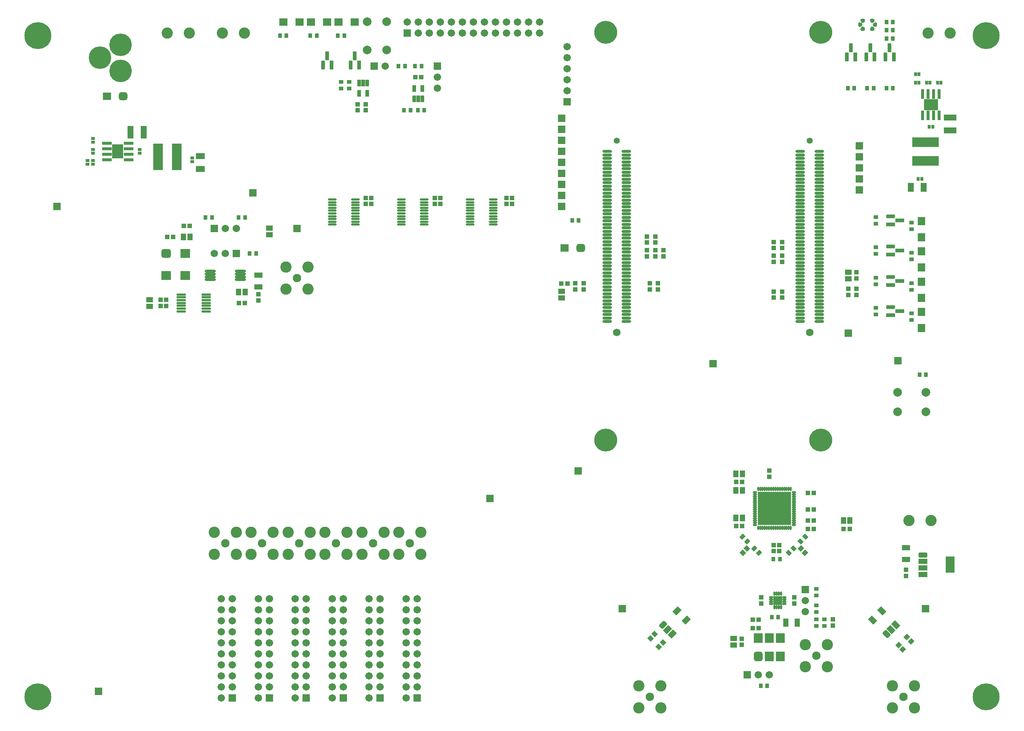
<source format=gts>
%FSTAX25Y25*%
%MOIN*%
G70*
G01*
G75*
G04 Layer_Color=8388736*
%ADD10C,0.01575*%
G04:AMPARAMS|DCode=11|XSize=62.99mil|YSize=68.9mil|CornerRadius=15.75mil|HoleSize=0mil|Usage=FLASHONLY|Rotation=270.000|XOffset=0mil|YOffset=0mil|HoleType=Round|Shape=RoundedRectangle|*
%AMROUNDEDRECTD11*
21,1,0.06299,0.03740,0,0,270.0*
21,1,0.03150,0.06890,0,0,270.0*
1,1,0.03150,-0.01870,-0.01575*
1,1,0.03150,-0.01870,0.01575*
1,1,0.03150,0.01870,0.01575*
1,1,0.03150,0.01870,-0.01575*
%
%ADD11ROUNDEDRECTD11*%
%ADD12R,0.06890X0.06299*%
G04:AMPARAMS|DCode=13|XSize=35.43mil|YSize=31.5mil|CornerRadius=0mil|HoleSize=0mil|Usage=FLASHONLY|Rotation=225.000|XOffset=0mil|YOffset=0mil|HoleType=Round|Shape=Rectangle|*
%AMROTATEDRECTD13*
4,1,4,0.00139,0.02366,0.02366,0.00139,-0.00139,-0.02366,-0.02366,-0.00139,0.00139,0.02366,0.0*
%
%ADD13ROTATEDRECTD13*%

%ADD14R,0.03543X0.02756*%
%ADD15R,0.03543X0.03150*%
%ADD16R,0.03150X0.03543*%
%ADD17R,0.02756X0.03543*%
%ADD18R,0.05512X0.04331*%
G04:AMPARAMS|DCode=19|XSize=35.43mil|YSize=27.56mil|CornerRadius=0mil|HoleSize=0mil|Usage=FLASHONLY|Rotation=225.000|XOffset=0mil|YOffset=0mil|HoleType=Round|Shape=Rectangle|*
%AMROTATEDRECTD19*
4,1,4,0.00278,0.02227,0.02227,0.00278,-0.00278,-0.02227,-0.02227,-0.00278,0.00278,0.02227,0.0*
%
%ADD19ROTATEDRECTD19*%

%ADD20O,0.07874X0.01969*%
%ADD21O,0.00984X0.03150*%
%ADD22O,0.03150X0.00984*%
%ADD23R,0.07087X0.07087*%
%ADD24R,0.04331X0.06693*%
%ADD25R,0.07087X0.07874*%
G04:AMPARAMS|DCode=26|XSize=70.87mil|YSize=78.74mil|CornerRadius=17.72mil|HoleSize=0mil|Usage=FLASHONLY|Rotation=180.000|XOffset=0mil|YOffset=0mil|HoleType=Round|Shape=RoundedRectangle|*
%AMROUNDEDRECTD26*
21,1,0.07087,0.04331,0,0,180.0*
21,1,0.03543,0.07874,0,0,180.0*
1,1,0.03543,-0.01772,0.02165*
1,1,0.03543,0.01772,0.02165*
1,1,0.03543,0.01772,-0.02165*
1,1,0.03543,-0.01772,-0.02165*
%
%ADD26ROUNDEDRECTD26*%
%ADD27R,0.04331X0.05512*%
%ADD28R,0.29528X0.29528*%
G04:AMPARAMS|DCode=29|XSize=35.43mil|YSize=27.56mil|CornerRadius=0mil|HoleSize=0mil|Usage=FLASHONLY|Rotation=315.000|XOffset=0mil|YOffset=0mil|HoleType=Round|Shape=Rectangle|*
%AMROTATEDRECTD29*
4,1,4,-0.02227,0.00278,-0.00278,0.02227,0.02227,-0.00278,0.00278,-0.02227,-0.02227,0.00278,0.0*
%
%ADD29ROTATEDRECTD29*%

G04:AMPARAMS|DCode=30|XSize=39.37mil|YSize=61.02mil|CornerRadius=9.84mil|HoleSize=0mil|Usage=FLASHONLY|Rotation=225.000|XOffset=0mil|YOffset=0mil|HoleType=Round|Shape=RoundedRectangle|*
%AMROUNDEDRECTD30*
21,1,0.03937,0.04134,0,0,225.0*
21,1,0.01969,0.06102,0,0,225.0*
1,1,0.01969,-0.02158,0.00766*
1,1,0.01969,-0.00766,0.02158*
1,1,0.01969,0.02158,-0.00766*
1,1,0.01969,0.00766,-0.02158*
%
%ADD30ROUNDEDRECTD30*%
G04:AMPARAMS|DCode=31|XSize=39.37mil|YSize=61.02mil|CornerRadius=0mil|HoleSize=0mil|Usage=FLASHONLY|Rotation=225.000|XOffset=0mil|YOffset=0mil|HoleType=Round|Shape=Rectangle|*
%AMROTATEDRECTD31*
4,1,4,-0.00766,0.03550,0.03550,-0.00766,0.00766,-0.03550,-0.03550,0.00766,-0.00766,0.03550,0.0*
%
%ADD31ROTATEDRECTD31*%

G04:AMPARAMS|DCode=32|XSize=35.43mil|YSize=31.5mil|CornerRadius=0mil|HoleSize=0mil|Usage=FLASHONLY|Rotation=315.000|XOffset=0mil|YOffset=0mil|HoleType=Round|Shape=Rectangle|*
%AMROTATEDRECTD32*
4,1,4,-0.02366,0.00139,-0.00139,0.02366,0.02366,-0.00139,0.00139,-0.02366,-0.02366,0.00139,0.0*
%
%ADD32ROTATEDRECTD32*%

G04:AMPARAMS|DCode=33|XSize=39.37mil|YSize=61.02mil|CornerRadius=9.84mil|HoleSize=0mil|Usage=FLASHONLY|Rotation=135.000|XOffset=0mil|YOffset=0mil|HoleType=Round|Shape=RoundedRectangle|*
%AMROUNDEDRECTD33*
21,1,0.03937,0.04134,0,0,135.0*
21,1,0.01969,0.06102,0,0,135.0*
1,1,0.01969,0.00766,0.02158*
1,1,0.01969,0.02158,0.00766*
1,1,0.01969,-0.00766,-0.02158*
1,1,0.01969,-0.02158,-0.00766*
%
%ADD33ROUNDEDRECTD33*%
G04:AMPARAMS|DCode=34|XSize=39.37mil|YSize=61.02mil|CornerRadius=0mil|HoleSize=0mil|Usage=FLASHONLY|Rotation=135.000|XOffset=0mil|YOffset=0mil|HoleType=Round|Shape=Rectangle|*
%AMROTATEDRECTD34*
4,1,4,0.03550,0.00766,-0.00766,-0.03550,-0.03550,-0.00766,0.00766,0.03550,0.03550,0.00766,0.0*
%
%ADD34ROTATEDRECTD34*%

%ADD35O,0.07087X0.00984*%
%ADD36R,0.04400X0.10600*%
G04:AMPARAMS|DCode=37|XSize=39.37mil|YSize=72.84mil|CornerRadius=9.84mil|HoleSize=0mil|Usage=FLASHONLY|Rotation=90.000|XOffset=0mil|YOffset=0mil|HoleType=Round|Shape=RoundedRectangle|*
%AMROUNDEDRECTD37*
21,1,0.03937,0.05315,0,0,90.0*
21,1,0.01969,0.07284,0,0,90.0*
1,1,0.01969,0.02658,0.00984*
1,1,0.01969,0.02658,-0.00984*
1,1,0.01969,-0.02658,-0.00984*
1,1,0.01969,-0.02658,0.00984*
%
%ADD37ROUNDEDRECTD37*%
%ADD38R,0.07284X0.03937*%
%ADD39R,0.07284X0.13780*%
%ADD40R,0.06693X0.04331*%
%ADD41R,0.10600X0.04400*%
G04:AMPARAMS|DCode=42|XSize=70.87mil|YSize=78.74mil|CornerRadius=17.72mil|HoleSize=0mil|Usage=FLASHONLY|Rotation=90.000|XOffset=0mil|YOffset=0mil|HoleType=Round|Shape=RoundedRectangle|*
%AMROUNDEDRECTD42*
21,1,0.07087,0.04331,0,0,90.0*
21,1,0.03543,0.07874,0,0,90.0*
1,1,0.03543,0.02165,0.01772*
1,1,0.03543,0.02165,-0.01772*
1,1,0.03543,-0.02165,-0.01772*
1,1,0.03543,-0.02165,0.01772*
%
%ADD42ROUNDEDRECTD42*%
%ADD43R,0.07874X0.07087*%
%ADD44O,0.09449X0.01772*%
%ADD45O,0.07874X0.01378*%
%ADD46R,0.07874X0.23622*%
%ADD47R,0.02400X0.02200*%
%ADD48R,0.09400X0.12200*%
%ADD49R,0.07800X0.01814*%
%ADD50R,0.07100X0.04400*%
%ADD51R,0.02200X0.02400*%
%ADD52R,0.23622X0.07874*%
G04:AMPARAMS|DCode=53|XSize=27.56mil|YSize=51.18mil|CornerRadius=6.89mil|HoleSize=0mil|Usage=FLASHONLY|Rotation=0.000|XOffset=0mil|YOffset=0mil|HoleType=Round|Shape=RoundedRectangle|*
%AMROUNDEDRECTD53*
21,1,0.02756,0.03740,0,0,0.0*
21,1,0.01378,0.05118,0,0,0.0*
1,1,0.01378,0.00689,-0.01870*
1,1,0.01378,-0.00689,-0.01870*
1,1,0.01378,-0.00689,0.01870*
1,1,0.01378,0.00689,0.01870*
%
%ADD53ROUNDEDRECTD53*%
%ADD54R,0.02756X0.05118*%
%ADD55R,0.02756X0.07087*%
G04:AMPARAMS|DCode=56|XSize=27.56mil|YSize=70.87mil|CornerRadius=6.89mil|HoleSize=0mil|Usage=FLASHONLY|Rotation=180.000|XOffset=0mil|YOffset=0mil|HoleType=Round|Shape=RoundedRectangle|*
%AMROUNDEDRECTD56*
21,1,0.02756,0.05709,0,0,180.0*
21,1,0.01378,0.07087,0,0,180.0*
1,1,0.01378,-0.00689,0.02854*
1,1,0.01378,0.00689,0.02854*
1,1,0.01378,0.00689,-0.02854*
1,1,0.01378,-0.00689,-0.02854*
%
%ADD56ROUNDEDRECTD56*%
G04:AMPARAMS|DCode=57|XSize=31.5mil|YSize=15.75mil|CornerRadius=3.94mil|HoleSize=0mil|Usage=FLASHONLY|Rotation=180.000|XOffset=0mil|YOffset=0mil|HoleType=Round|Shape=RoundedRectangle|*
%AMROUNDEDRECTD57*
21,1,0.03150,0.00787,0,0,180.0*
21,1,0.02362,0.01575,0,0,180.0*
1,1,0.00787,-0.01181,0.00394*
1,1,0.00787,0.01181,0.00394*
1,1,0.00787,0.01181,-0.00394*
1,1,0.00787,-0.01181,-0.00394*
%
%ADD57ROUNDEDRECTD57*%
G04:AMPARAMS|DCode=58|XSize=31.5mil|YSize=15.75mil|CornerRadius=3.94mil|HoleSize=0mil|Usage=FLASHONLY|Rotation=90.000|XOffset=0mil|YOffset=0mil|HoleType=Round|Shape=RoundedRectangle|*
%AMROUNDEDRECTD58*
21,1,0.03150,0.00787,0,0,90.0*
21,1,0.02362,0.01575,0,0,90.0*
1,1,0.00787,0.00394,0.01181*
1,1,0.00787,0.00394,-0.01181*
1,1,0.00787,-0.00394,-0.01181*
1,1,0.00787,-0.00394,0.01181*
%
%ADD58ROUNDEDRECTD58*%
%ADD59R,0.04400X0.07100*%
%ADD60R,0.12200X0.09400*%
%ADD61R,0.01814X0.07800*%
%ADD62R,0.07087X0.02756*%
G04:AMPARAMS|DCode=63|XSize=27.56mil|YSize=70.87mil|CornerRadius=6.89mil|HoleSize=0mil|Usage=FLASHONLY|Rotation=90.000|XOffset=0mil|YOffset=0mil|HoleType=Round|Shape=RoundedRectangle|*
%AMROUNDEDRECTD63*
21,1,0.02756,0.05709,0,0,90.0*
21,1,0.01378,0.07087,0,0,90.0*
1,1,0.01378,0.02854,0.00689*
1,1,0.01378,0.02854,-0.00689*
1,1,0.01378,-0.02854,-0.00689*
1,1,0.01378,-0.02854,0.00689*
%
%ADD63ROUNDEDRECTD63*%
%ADD64R,0.06299X0.06890*%
%ADD65C,0.02500*%
%ADD66C,0.01000*%
%ADD67C,0.09400*%
%ADD68C,0.19685*%
%ADD69C,0.09449*%
%ADD70C,0.06800*%
%ADD71C,0.20000*%
%ADD72C,0.04724*%
%ADD73C,0.06000*%
%ADD74R,0.05906X0.05906*%
%ADD75C,0.05906*%
%ADD76R,0.05906X0.05906*%
%ADD77C,0.07087*%
%ADD78C,0.23622*%
%ADD79C,0.02598*%
%ADD80C,0.04000*%
%ADD81C,0.10200*%
%ADD82C,0.17779*%
%ADD83C,0.11087*%
%ADD84C,0.08200*%
%ADD85C,0.17000*%
%ADD86C,0.07150*%
%ADD87C,0.08724*%
%ADD88C,0.07543*%
%ADD89C,0.07937*%
%ADD90C,0.05299*%
%ADD91C,0.00984*%
%ADD92C,0.02362*%
%ADD93C,0.00600*%
%ADD94C,0.02000*%
%ADD95C,0.00787*%
%ADD96C,0.00800*%
%ADD97C,0.00300*%
%ADD98R,0.02165X0.05512*%
%ADD99R,0.05512X0.02165*%
G04:AMPARAMS|DCode=100|XSize=70.99mil|YSize=76.9mil|CornerRadius=17.75mil|HoleSize=0mil|Usage=FLASHONLY|Rotation=270.000|XOffset=0mil|YOffset=0mil|HoleType=Round|Shape=RoundedRectangle|*
%AMROUNDEDRECTD100*
21,1,0.07099,0.04140,0,0,270.0*
21,1,0.03550,0.07690,0,0,270.0*
1,1,0.03550,-0.02070,-0.01775*
1,1,0.03550,-0.02070,0.01775*
1,1,0.03550,0.02070,0.01775*
1,1,0.03550,0.02070,-0.01775*
%
%ADD100ROUNDEDRECTD100*%
%ADD101R,0.07690X0.07099*%
G04:AMPARAMS|DCode=102|XSize=43.43mil|YSize=39.5mil|CornerRadius=0mil|HoleSize=0mil|Usage=FLASHONLY|Rotation=225.000|XOffset=0mil|YOffset=0mil|HoleType=Round|Shape=Rectangle|*
%AMROTATEDRECTD102*
4,1,4,0.00139,0.02932,0.02932,0.00139,-0.00139,-0.02932,-0.02932,-0.00139,0.00139,0.02932,0.0*
%
%ADD102ROTATEDRECTD102*%

%ADD103R,0.04343X0.03556*%
%ADD104R,0.04343X0.03950*%
%ADD105R,0.03950X0.04343*%
%ADD106R,0.03556X0.04343*%
%ADD107R,0.06312X0.05131*%
G04:AMPARAMS|DCode=108|XSize=43.43mil|YSize=35.56mil|CornerRadius=0mil|HoleSize=0mil|Usage=FLASHONLY|Rotation=225.000|XOffset=0mil|YOffset=0mil|HoleType=Round|Shape=Rectangle|*
%AMROTATEDRECTD108*
4,1,4,0.00278,0.02793,0.02793,0.00278,-0.00278,-0.02793,-0.02793,-0.00278,0.00278,0.02793,0.0*
%
%ADD108ROTATEDRECTD108*%

%ADD109O,0.08674X0.02769*%
%ADD110O,0.01784X0.03950*%
%ADD111O,0.03950X0.01784*%
%ADD112R,0.07887X0.07887*%
%ADD113R,0.05131X0.07493*%
%ADD114R,0.07887X0.08674*%
G04:AMPARAMS|DCode=115|XSize=78.87mil|YSize=86.74mil|CornerRadius=19.72mil|HoleSize=0mil|Usage=FLASHONLY|Rotation=180.000|XOffset=0mil|YOffset=0mil|HoleType=Round|Shape=RoundedRectangle|*
%AMROUNDEDRECTD115*
21,1,0.07887,0.04731,0,0,180.0*
21,1,0.03943,0.08674,0,0,180.0*
1,1,0.03943,-0.01972,0.02365*
1,1,0.03943,0.01972,0.02365*
1,1,0.03943,0.01972,-0.02365*
1,1,0.03943,-0.01972,-0.02365*
%
%ADD115ROUNDEDRECTD115*%
%ADD116R,0.05131X0.06312*%
%ADD117R,0.30328X0.30328*%
G04:AMPARAMS|DCode=118|XSize=43.43mil|YSize=35.56mil|CornerRadius=0mil|HoleSize=0mil|Usage=FLASHONLY|Rotation=315.000|XOffset=0mil|YOffset=0mil|HoleType=Round|Shape=Rectangle|*
%AMROTATEDRECTD118*
4,1,4,-0.02793,0.00278,-0.00278,0.02793,0.02793,-0.00278,0.00278,-0.02793,-0.02793,0.00278,0.0*
%
%ADD118ROTATEDRECTD118*%

G04:AMPARAMS|DCode=119|XSize=47.37mil|YSize=69.02mil|CornerRadius=11.84mil|HoleSize=0mil|Usage=FLASHONLY|Rotation=225.000|XOffset=0mil|YOffset=0mil|HoleType=Round|Shape=RoundedRectangle|*
%AMROUNDEDRECTD119*
21,1,0.04737,0.04534,0,0,225.0*
21,1,0.02369,0.06902,0,0,225.0*
1,1,0.02369,-0.02440,0.00766*
1,1,0.02369,-0.00766,0.02440*
1,1,0.02369,0.02440,-0.00766*
1,1,0.02369,0.00766,-0.02440*
%
%ADD119ROUNDEDRECTD119*%
G04:AMPARAMS|DCode=120|XSize=47.37mil|YSize=69.02mil|CornerRadius=0mil|HoleSize=0mil|Usage=FLASHONLY|Rotation=225.000|XOffset=0mil|YOffset=0mil|HoleType=Round|Shape=Rectangle|*
%AMROTATEDRECTD120*
4,1,4,-0.00766,0.04115,0.04115,-0.00766,0.00766,-0.04115,-0.04115,0.00766,-0.00766,0.04115,0.0*
%
%ADD120ROTATEDRECTD120*%

G04:AMPARAMS|DCode=121|XSize=43.43mil|YSize=39.5mil|CornerRadius=0mil|HoleSize=0mil|Usage=FLASHONLY|Rotation=315.000|XOffset=0mil|YOffset=0mil|HoleType=Round|Shape=Rectangle|*
%AMROTATEDRECTD121*
4,1,4,-0.02932,0.00139,-0.00139,0.02932,0.02932,-0.00139,0.00139,-0.02932,-0.02932,0.00139,0.0*
%
%ADD121ROTATEDRECTD121*%

G04:AMPARAMS|DCode=122|XSize=47.37mil|YSize=69.02mil|CornerRadius=11.84mil|HoleSize=0mil|Usage=FLASHONLY|Rotation=135.000|XOffset=0mil|YOffset=0mil|HoleType=Round|Shape=RoundedRectangle|*
%AMROUNDEDRECTD122*
21,1,0.04737,0.04534,0,0,135.0*
21,1,0.02369,0.06902,0,0,135.0*
1,1,0.02369,0.00766,0.02440*
1,1,0.02369,0.02440,0.00766*
1,1,0.02369,-0.00766,-0.02440*
1,1,0.02369,-0.02440,-0.00766*
%
%ADD122ROUNDEDRECTD122*%
G04:AMPARAMS|DCode=123|XSize=47.37mil|YSize=69.02mil|CornerRadius=0mil|HoleSize=0mil|Usage=FLASHONLY|Rotation=135.000|XOffset=0mil|YOffset=0mil|HoleType=Round|Shape=Rectangle|*
%AMROTATEDRECTD123*
4,1,4,0.04115,0.00766,-0.00766,-0.04115,-0.04115,-0.00766,0.00766,0.04115,0.04115,0.00766,0.0*
%
%ADD123ROTATEDRECTD123*%

%ADD124O,0.07887X0.01784*%
%ADD125R,0.05200X0.11400*%
G04:AMPARAMS|DCode=126|XSize=47.37mil|YSize=80.83mil|CornerRadius=11.84mil|HoleSize=0mil|Usage=FLASHONLY|Rotation=90.000|XOffset=0mil|YOffset=0mil|HoleType=Round|Shape=RoundedRectangle|*
%AMROUNDEDRECTD126*
21,1,0.04737,0.05715,0,0,90.0*
21,1,0.02369,0.08083,0,0,90.0*
1,1,0.02369,0.02858,0.01184*
1,1,0.02369,0.02858,-0.01184*
1,1,0.02369,-0.02858,-0.01184*
1,1,0.02369,-0.02858,0.01184*
%
%ADD126ROUNDEDRECTD126*%
%ADD127R,0.08083X0.04737*%
%ADD128R,0.08083X0.14579*%
%ADD129R,0.07493X0.05131*%
%ADD130R,0.11400X0.05200*%
G04:AMPARAMS|DCode=131|XSize=78.87mil|YSize=86.74mil|CornerRadius=19.72mil|HoleSize=0mil|Usage=FLASHONLY|Rotation=90.000|XOffset=0mil|YOffset=0mil|HoleType=Round|Shape=RoundedRectangle|*
%AMROUNDEDRECTD131*
21,1,0.07887,0.04731,0,0,90.0*
21,1,0.03943,0.08674,0,0,90.0*
1,1,0.03943,0.02365,0.01972*
1,1,0.03943,0.02365,-0.01972*
1,1,0.03943,-0.02365,-0.01972*
1,1,0.03943,-0.02365,0.01972*
%
%ADD131ROUNDEDRECTD131*%
%ADD132R,0.08674X0.07887*%
%ADD133O,0.10249X0.02572*%
%ADD134O,0.08674X0.02178*%
%ADD135R,0.08674X0.24422*%
%ADD136R,0.03200X0.03000*%
%ADD137R,0.10200X0.13000*%
%ADD138R,0.08600X0.02614*%
%ADD139R,0.07900X0.05200*%
%ADD140R,0.03000X0.03200*%
%ADD141R,0.24422X0.08674*%
G04:AMPARAMS|DCode=142|XSize=35.56mil|YSize=59.18mil|CornerRadius=8.89mil|HoleSize=0mil|Usage=FLASHONLY|Rotation=0.000|XOffset=0mil|YOffset=0mil|HoleType=Round|Shape=RoundedRectangle|*
%AMROUNDEDRECTD142*
21,1,0.03556,0.04140,0,0,0.0*
21,1,0.01778,0.05918,0,0,0.0*
1,1,0.01778,0.00889,-0.02070*
1,1,0.01778,-0.00889,-0.02070*
1,1,0.01778,-0.00889,0.02070*
1,1,0.01778,0.00889,0.02070*
%
%ADD142ROUNDEDRECTD142*%
%ADD143R,0.03556X0.05918*%
%ADD144R,0.03556X0.07887*%
G04:AMPARAMS|DCode=145|XSize=35.56mil|YSize=78.87mil|CornerRadius=8.89mil|HoleSize=0mil|Usage=FLASHONLY|Rotation=180.000|XOffset=0mil|YOffset=0mil|HoleType=Round|Shape=RoundedRectangle|*
%AMROUNDEDRECTD145*
21,1,0.03556,0.06109,0,0,180.0*
21,1,0.01778,0.07887,0,0,180.0*
1,1,0.01778,-0.00889,0.03054*
1,1,0.01778,0.00889,0.03054*
1,1,0.01778,0.00889,-0.03054*
1,1,0.01778,-0.00889,-0.03054*
%
%ADD145ROUNDEDRECTD145*%
G04:AMPARAMS|DCode=146|XSize=39.5mil|YSize=23.75mil|CornerRadius=5.94mil|HoleSize=0mil|Usage=FLASHONLY|Rotation=180.000|XOffset=0mil|YOffset=0mil|HoleType=Round|Shape=RoundedRectangle|*
%AMROUNDEDRECTD146*
21,1,0.03950,0.01187,0,0,180.0*
21,1,0.02762,0.02375,0,0,180.0*
1,1,0.01187,-0.01381,0.00594*
1,1,0.01187,0.01381,0.00594*
1,1,0.01187,0.01381,-0.00594*
1,1,0.01187,-0.01381,-0.00594*
%
%ADD146ROUNDEDRECTD146*%
G04:AMPARAMS|DCode=147|XSize=39.5mil|YSize=23.75mil|CornerRadius=5.94mil|HoleSize=0mil|Usage=FLASHONLY|Rotation=90.000|XOffset=0mil|YOffset=0mil|HoleType=Round|Shape=RoundedRectangle|*
%AMROUNDEDRECTD147*
21,1,0.03950,0.01187,0,0,90.0*
21,1,0.02762,0.02375,0,0,90.0*
1,1,0.01187,0.00594,0.01381*
1,1,0.01187,0.00594,-0.01381*
1,1,0.01187,-0.00594,-0.01381*
1,1,0.01187,-0.00594,0.01381*
%
%ADD147ROUNDEDRECTD147*%
%ADD148R,0.05200X0.07900*%
%ADD149R,0.13000X0.10200*%
%ADD150R,0.02614X0.08600*%
%ADD151R,0.07887X0.03556*%
G04:AMPARAMS|DCode=152|XSize=35.56mil|YSize=78.87mil|CornerRadius=8.89mil|HoleSize=0mil|Usage=FLASHONLY|Rotation=90.000|XOffset=0mil|YOffset=0mil|HoleType=Round|Shape=RoundedRectangle|*
%AMROUNDEDRECTD152*
21,1,0.03556,0.06109,0,0,90.0*
21,1,0.01778,0.07887,0,0,90.0*
1,1,0.01778,0.03054,0.00889*
1,1,0.01778,0.03054,-0.00889*
1,1,0.01778,-0.03054,-0.00889*
1,1,0.01778,-0.03054,0.00889*
%
%ADD152ROUNDEDRECTD152*%
%ADD153R,0.07099X0.07690*%
%ADD154C,0.20485*%
%ADD155C,0.10249*%
%ADD156C,0.07600*%
%ADD157C,0.20800*%
%ADD158C,0.05524*%
%ADD159R,0.06706X0.06706*%
%ADD160C,0.06706*%
%ADD161R,0.06706X0.06706*%
%ADD162C,0.07887*%
%ADD163C,0.24422*%
D70*
X0645Y0450827D02*
D03*
X082005D02*
D03*
D81*
X02575Y07225D02*
D03*
X02375D02*
D03*
X093Y028D02*
D03*
X091D02*
D03*
X03075Y07225D02*
D03*
X02875D02*
D03*
X09475D02*
D03*
X09275D02*
D03*
D92*
X0868957Y0726457D02*
G03*
X0867382Y0726457I-0000787J0D01*
G01*
X0865807Y0729213D02*
G03*
X0865807Y0730787I0J0000787D01*
G01*
X0867382Y0733543D02*
G03*
X0868957Y0733543I0000787J0D01*
G01*
X0877618Y0726457D02*
G03*
X0876043Y0726457I-0000787J0D01*
G01*
X0879193Y0730787D02*
G03*
X0879193Y0729213I0J-0000787D01*
G01*
X0876043Y0733543D02*
G03*
X0877618Y0733543I0000787J0D01*
G01*
D100*
X0197382Y0665D02*
D03*
X0612382Y05275D02*
D03*
D101*
X0182618Y0665D02*
D03*
X0597618Y05275D02*
D03*
X0342618Y07325D02*
D03*
X0357382D02*
D03*
X0392618D02*
D03*
X0407382D02*
D03*
X0367618D02*
D03*
X0382382D02*
D03*
D102*
X0904449Y0163051D02*
D03*
X0900551Y0166949D02*
D03*
X0911949Y0170551D02*
D03*
X0908051Y0174449D02*
D03*
X0811855Y0254645D02*
D03*
X0815752Y0250748D02*
D03*
D103*
X0826Y0197047D02*
D03*
Y0202953D02*
D03*
Y0212047D02*
D03*
Y0217953D02*
D03*
Y0184547D02*
D03*
Y0190453D02*
D03*
X08335Y0190453D02*
D03*
Y0184547D02*
D03*
X04025Y0677953D02*
D03*
Y0672047D02*
D03*
X0395Y0672047D02*
D03*
Y0677953D02*
D03*
X088Y0555453D02*
D03*
Y0549547D02*
D03*
Y0527953D02*
D03*
Y0522047D02*
D03*
Y0500453D02*
D03*
Y0494547D02*
D03*
Y0472953D02*
D03*
Y0467047D02*
D03*
X09125Y0462047D02*
D03*
Y0467953D02*
D03*
Y0489547D02*
D03*
Y0495453D02*
D03*
Y0517047D02*
D03*
Y0522953D02*
D03*
Y0544547D02*
D03*
Y0550453D02*
D03*
D104*
X0806Y0210256D02*
D03*
Y0204744D02*
D03*
X07585Y0167244D02*
D03*
Y0172756D02*
D03*
X0776Y0210256D02*
D03*
Y0204744D02*
D03*
X07925Y0252244D02*
D03*
Y0257756D02*
D03*
X07875Y0252244D02*
D03*
Y0257756D02*
D03*
X0841Y0190256D02*
D03*
Y0184744D02*
D03*
X07835Y0319744D02*
D03*
Y0325256D02*
D03*
X09075Y0229744D02*
D03*
Y0235256D02*
D03*
X0231417Y0474744D02*
D03*
Y0480256D02*
D03*
X0236417Y0474744D02*
D03*
Y0480256D02*
D03*
X032Y0485256D02*
D03*
Y0479744D02*
D03*
X041Y0652244D02*
D03*
Y0657756D02*
D03*
X04175Y0657756D02*
D03*
Y0652244D02*
D03*
Y0572756D02*
D03*
Y0567244D02*
D03*
X04225Y0567244D02*
D03*
Y0572756D02*
D03*
X048Y0572756D02*
D03*
Y0567244D02*
D03*
X0485Y0567244D02*
D03*
Y0572756D02*
D03*
X0545Y0572756D02*
D03*
Y0567244D02*
D03*
X055Y0567244D02*
D03*
Y0572756D02*
D03*
X06725Y0532244D02*
D03*
Y0537756D02*
D03*
X068Y0532244D02*
D03*
Y0537756D02*
D03*
X06725Y0519744D02*
D03*
Y0525256D02*
D03*
X068Y0519744D02*
D03*
Y0525256D02*
D03*
X06875Y0519744D02*
D03*
Y0525256D02*
D03*
X07875Y0520256D02*
D03*
Y0514744D02*
D03*
X0795Y0520256D02*
D03*
Y0514744D02*
D03*
X07875Y0527244D02*
D03*
Y0532756D02*
D03*
X0795Y0527244D02*
D03*
Y0532756D02*
D03*
X06075Y0495256D02*
D03*
Y0489744D02*
D03*
X0615Y0495256D02*
D03*
Y0489744D02*
D03*
X06825Y0489744D02*
D03*
Y0495256D02*
D03*
X0675Y0489744D02*
D03*
Y0495256D02*
D03*
X0855Y0490256D02*
D03*
Y0484744D02*
D03*
X08625Y0490256D02*
D03*
Y0484744D02*
D03*
Y0499744D02*
D03*
Y0505256D02*
D03*
X07875Y0487756D02*
D03*
Y0482244D02*
D03*
X0795Y0487756D02*
D03*
Y0482244D02*
D03*
D105*
X0773756Y019D02*
D03*
X0768244D02*
D03*
X0773756Y01825D02*
D03*
X0768244D02*
D03*
X0818244Y0305D02*
D03*
X0823756D02*
D03*
X0818244Y029D02*
D03*
X0823756D02*
D03*
X0758756Y0315D02*
D03*
X0753244D02*
D03*
X0758756Y0275D02*
D03*
X0753244D02*
D03*
X0818244Y028D02*
D03*
X0823756D02*
D03*
X0856256Y02725D02*
D03*
X0850744D02*
D03*
X0818244D02*
D03*
X0823756D02*
D03*
X0237244Y05375D02*
D03*
X0242756D02*
D03*
X0257756Y05475D02*
D03*
X0252244D02*
D03*
X0307756Y04775D02*
D03*
X0302244D02*
D03*
X0462244Y06825D02*
D03*
X0467756D02*
D03*
X0600256Y0495D02*
D03*
X0594744D02*
D03*
D106*
X0775547Y013D02*
D03*
X0781453D02*
D03*
X0792953Y0245D02*
D03*
X0787047D02*
D03*
X0791453Y01925D02*
D03*
X0785547D02*
D03*
X0919547Y04125D02*
D03*
X0925453D02*
D03*
X0610453Y05525D02*
D03*
X0604547D02*
D03*
X0272047Y0555D02*
D03*
X0277953D02*
D03*
X0302047D02*
D03*
X0307953D02*
D03*
X0312047Y05225D02*
D03*
X0317953D02*
D03*
X0470453Y06525D02*
D03*
X0464547D02*
D03*
X0457953D02*
D03*
X0452047D02*
D03*
X0462047Y06925D02*
D03*
X0467953D02*
D03*
X0889547Y07175D02*
D03*
X0895453D02*
D03*
X0889547Y0725D02*
D03*
X0895453D02*
D03*
X0889547Y07325D02*
D03*
X0895453D02*
D03*
X0872047Y06725D02*
D03*
X0877953D02*
D03*
X0854547D02*
D03*
X0860453D02*
D03*
X0895453Y06725D02*
D03*
X0889547D02*
D03*
X0339547Y072D02*
D03*
X0345453D02*
D03*
X0367047D02*
D03*
X0372953D02*
D03*
X0392047D02*
D03*
X0397953D02*
D03*
X0452953Y06925D02*
D03*
X0447047D02*
D03*
D107*
X0751Y0172953D02*
D03*
Y0167047D02*
D03*
X033Y0545453D02*
D03*
Y0539547D02*
D03*
X0221417Y0480453D02*
D03*
Y0474547D02*
D03*
X0595Y0482047D02*
D03*
Y0487953D02*
D03*
X0855Y0499547D02*
D03*
Y0505453D02*
D03*
D108*
X0763285Y0261215D02*
D03*
X0759109Y0265391D02*
D03*
X0773891Y0250609D02*
D03*
X0769715Y0254785D02*
D03*
D109*
X0828711Y0615D02*
D03*
Y061185D02*
D03*
Y0608701D02*
D03*
Y0605551D02*
D03*
Y0602402D02*
D03*
Y0599252D02*
D03*
Y0596102D02*
D03*
Y0592953D02*
D03*
Y0589803D02*
D03*
Y0586654D02*
D03*
Y0583504D02*
D03*
Y0580354D02*
D03*
Y0577205D02*
D03*
Y0574055D02*
D03*
Y0570905D02*
D03*
Y0567756D02*
D03*
Y0564606D02*
D03*
Y0561457D02*
D03*
Y0558307D02*
D03*
Y0555157D02*
D03*
Y0552008D02*
D03*
Y0548858D02*
D03*
Y0545709D02*
D03*
Y0542559D02*
D03*
Y0539409D02*
D03*
Y053626D02*
D03*
Y053311D02*
D03*
Y052996D02*
D03*
Y0526811D02*
D03*
Y0523661D02*
D03*
Y0520512D02*
D03*
Y0517362D02*
D03*
Y0514213D02*
D03*
Y0511063D02*
D03*
Y0507913D02*
D03*
Y0504764D02*
D03*
Y0501614D02*
D03*
Y0498464D02*
D03*
Y0495315D02*
D03*
Y0492165D02*
D03*
Y0489016D02*
D03*
Y0485866D02*
D03*
Y0482716D02*
D03*
Y0479567D02*
D03*
Y0476417D02*
D03*
Y0473268D02*
D03*
Y0470118D02*
D03*
Y0466968D02*
D03*
Y0463819D02*
D03*
Y0460669D02*
D03*
X0811389Y0615D02*
D03*
Y061185D02*
D03*
Y0608701D02*
D03*
Y0605551D02*
D03*
Y0602402D02*
D03*
Y0599252D02*
D03*
Y0596102D02*
D03*
Y0592953D02*
D03*
Y0589803D02*
D03*
Y0586654D02*
D03*
Y0583504D02*
D03*
Y0580354D02*
D03*
Y0577205D02*
D03*
Y0574055D02*
D03*
Y0570905D02*
D03*
Y0567756D02*
D03*
Y0564606D02*
D03*
Y0561457D02*
D03*
Y0558307D02*
D03*
Y0555157D02*
D03*
Y0552008D02*
D03*
Y0548858D02*
D03*
Y0545709D02*
D03*
Y0542559D02*
D03*
Y0539409D02*
D03*
Y053626D02*
D03*
Y053311D02*
D03*
Y052996D02*
D03*
Y0526811D02*
D03*
Y0523661D02*
D03*
Y0520512D02*
D03*
Y0517362D02*
D03*
Y0514213D02*
D03*
Y0511063D02*
D03*
Y0507913D02*
D03*
Y0504764D02*
D03*
Y0501614D02*
D03*
Y0498464D02*
D03*
Y0495315D02*
D03*
Y0492165D02*
D03*
Y0489016D02*
D03*
Y0485866D02*
D03*
Y0482716D02*
D03*
Y0479567D02*
D03*
Y0476417D02*
D03*
Y0473268D02*
D03*
Y0470118D02*
D03*
Y0466968D02*
D03*
Y0463819D02*
D03*
Y0460669D02*
D03*
X0653661Y0615D02*
D03*
Y061185D02*
D03*
Y0608701D02*
D03*
Y0605551D02*
D03*
Y0602402D02*
D03*
Y0599252D02*
D03*
Y0596102D02*
D03*
Y0592953D02*
D03*
Y0589803D02*
D03*
Y0586654D02*
D03*
Y0583504D02*
D03*
Y0580354D02*
D03*
Y0577205D02*
D03*
Y0574055D02*
D03*
Y0570905D02*
D03*
Y0567756D02*
D03*
Y0564606D02*
D03*
Y0561457D02*
D03*
Y0558307D02*
D03*
Y0555157D02*
D03*
Y0552008D02*
D03*
Y0548858D02*
D03*
Y0545709D02*
D03*
Y0542559D02*
D03*
Y0539409D02*
D03*
Y053626D02*
D03*
Y053311D02*
D03*
Y052996D02*
D03*
Y0526811D02*
D03*
Y0523661D02*
D03*
Y0520512D02*
D03*
Y0517362D02*
D03*
Y0514213D02*
D03*
Y0511063D02*
D03*
Y0507913D02*
D03*
Y0504764D02*
D03*
Y0501614D02*
D03*
Y0498464D02*
D03*
Y0495315D02*
D03*
Y0492165D02*
D03*
Y0489016D02*
D03*
Y0485866D02*
D03*
Y0482716D02*
D03*
Y0479567D02*
D03*
Y0476417D02*
D03*
Y0473268D02*
D03*
Y0470118D02*
D03*
Y0466968D02*
D03*
Y0463819D02*
D03*
Y0460669D02*
D03*
X0636339Y0615D02*
D03*
Y061185D02*
D03*
Y0608701D02*
D03*
Y0605551D02*
D03*
Y0602402D02*
D03*
Y0599252D02*
D03*
Y0596102D02*
D03*
Y0592953D02*
D03*
Y0589803D02*
D03*
Y0586654D02*
D03*
Y0583504D02*
D03*
Y0580354D02*
D03*
Y0577205D02*
D03*
Y0574055D02*
D03*
Y0570905D02*
D03*
Y0567756D02*
D03*
Y0564606D02*
D03*
Y0561457D02*
D03*
Y0558307D02*
D03*
Y0555157D02*
D03*
Y0552008D02*
D03*
Y0548858D02*
D03*
Y0545709D02*
D03*
Y0542559D02*
D03*
Y0539409D02*
D03*
Y053626D02*
D03*
Y053311D02*
D03*
Y052996D02*
D03*
Y0526811D02*
D03*
Y0523661D02*
D03*
Y0520512D02*
D03*
Y0517362D02*
D03*
Y0514213D02*
D03*
Y0511063D02*
D03*
Y0507913D02*
D03*
Y0504764D02*
D03*
Y0501614D02*
D03*
Y0498464D02*
D03*
Y0495315D02*
D03*
Y0492165D02*
D03*
Y0489016D02*
D03*
Y0485866D02*
D03*
Y0482716D02*
D03*
Y0479567D02*
D03*
Y0476417D02*
D03*
Y0473268D02*
D03*
Y0470118D02*
D03*
Y0466968D02*
D03*
Y0463819D02*
D03*
Y0460669D02*
D03*
D110*
X0788047Y0201398D02*
D03*
X0790016D02*
D03*
X0791984D02*
D03*
X0793953D02*
D03*
Y0213602D02*
D03*
X0791984D02*
D03*
X0790016D02*
D03*
X0788047D02*
D03*
X0773236Y0273284D02*
D03*
X0775205D02*
D03*
X0777173D02*
D03*
X0779142D02*
D03*
X078111D02*
D03*
X0783079D02*
D03*
X0785047D02*
D03*
X0787016D02*
D03*
X0788984D02*
D03*
X0790953D02*
D03*
X0792921D02*
D03*
X079489D02*
D03*
X0796858D02*
D03*
X0798827D02*
D03*
X0800795D02*
D03*
X0802764D02*
D03*
Y0308717D02*
D03*
X0800795D02*
D03*
X0798827D02*
D03*
X0796858D02*
D03*
X079489D02*
D03*
X0792921D02*
D03*
X0790953D02*
D03*
X0788984D02*
D03*
X0787016D02*
D03*
X0785047D02*
D03*
X0783079D02*
D03*
X078111D02*
D03*
X0779142D02*
D03*
X0777173D02*
D03*
X0775205D02*
D03*
X0773236D02*
D03*
D111*
X0797102Y0204547D02*
D03*
Y0206516D02*
D03*
Y0208484D02*
D03*
Y0210453D02*
D03*
X0784898D02*
D03*
Y0208484D02*
D03*
Y0206516D02*
D03*
Y0204547D02*
D03*
X0770284Y0305764D02*
D03*
Y0303795D02*
D03*
Y0301827D02*
D03*
Y0299858D02*
D03*
Y029789D02*
D03*
Y0295921D02*
D03*
Y0293953D02*
D03*
Y0291984D02*
D03*
Y0290016D02*
D03*
Y0288047D02*
D03*
Y0286079D02*
D03*
Y028411D02*
D03*
Y0282142D02*
D03*
Y0280173D02*
D03*
Y0278205D02*
D03*
Y0276236D02*
D03*
X0805717D02*
D03*
Y0278205D02*
D03*
Y0280173D02*
D03*
Y0282142D02*
D03*
Y028411D02*
D03*
Y0286079D02*
D03*
Y0288047D02*
D03*
Y0290016D02*
D03*
Y0291984D02*
D03*
Y0293953D02*
D03*
Y0295921D02*
D03*
Y029789D02*
D03*
Y0299858D02*
D03*
Y0301827D02*
D03*
Y0303795D02*
D03*
Y0305764D02*
D03*
D112*
X0791Y02075D02*
D03*
D113*
X0798185Y01875D02*
D03*
X0808815D02*
D03*
D114*
X07735Y0173268D02*
D03*
X07835D02*
D03*
X07935D02*
D03*
Y0156732D02*
D03*
X07835D02*
D03*
D115*
X07735D02*
D03*
D116*
X0758953Y03225D02*
D03*
X0753047D02*
D03*
X0753047Y03075D02*
D03*
X0758953D02*
D03*
X0753047Y02825D02*
D03*
X0758953D02*
D03*
X0850547Y028D02*
D03*
X0856453D02*
D03*
X0252047Y05375D02*
D03*
X0257953D02*
D03*
X0302047Y04875D02*
D03*
X0307953D02*
D03*
D117*
X0788Y0291D02*
D03*
D118*
X0805285Y0254785D02*
D03*
X0801109Y0250609D02*
D03*
X0815891Y0265391D02*
D03*
X0811715Y0261215D02*
D03*
D119*
X0889657Y0176991D02*
D03*
D120*
X0893833Y0181167D02*
D03*
X0898009Y0185343D02*
D03*
X0885343Y0198009D02*
D03*
X0876991Y0189657D02*
D03*
D121*
X0763145Y0254645D02*
D03*
X0759248Y0250748D02*
D03*
X0683051Y0165551D02*
D03*
X0686949Y0169449D02*
D03*
X0675551Y0173051D02*
D03*
X0679449Y0176949D02*
D03*
D122*
X0686991Y0185343D02*
D03*
D123*
X0691167Y0181167D02*
D03*
X0695342Y0176991D02*
D03*
X0708009Y0189657D02*
D03*
X0699657Y0198009D02*
D03*
D124*
X0512067Y0571339D02*
D03*
Y0568819D02*
D03*
Y0566299D02*
D03*
Y0563779D02*
D03*
Y056126D02*
D03*
Y055874D02*
D03*
Y055622D02*
D03*
Y0553701D02*
D03*
Y0551181D02*
D03*
Y0548661D02*
D03*
X0532933Y0571339D02*
D03*
Y0568819D02*
D03*
Y0566299D02*
D03*
Y0563779D02*
D03*
Y056126D02*
D03*
Y055874D02*
D03*
Y055622D02*
D03*
Y0553701D02*
D03*
Y0551181D02*
D03*
Y0548661D02*
D03*
X0449567Y0571339D02*
D03*
Y0568819D02*
D03*
Y0566299D02*
D03*
Y0563779D02*
D03*
Y056126D02*
D03*
Y055874D02*
D03*
Y055622D02*
D03*
Y0553701D02*
D03*
Y0551181D02*
D03*
Y0548661D02*
D03*
X0470433Y0571339D02*
D03*
Y0568819D02*
D03*
Y0566299D02*
D03*
Y0563779D02*
D03*
Y056126D02*
D03*
Y055874D02*
D03*
Y055622D02*
D03*
Y0553701D02*
D03*
Y0551181D02*
D03*
Y0548661D02*
D03*
X0387067Y0571339D02*
D03*
Y0568819D02*
D03*
Y0566299D02*
D03*
Y0563779D02*
D03*
Y056126D02*
D03*
Y055874D02*
D03*
Y055622D02*
D03*
Y0553701D02*
D03*
Y0551181D02*
D03*
Y0548661D02*
D03*
X0407933Y0571339D02*
D03*
Y0568819D02*
D03*
Y0566299D02*
D03*
Y0563779D02*
D03*
Y056126D02*
D03*
Y055874D02*
D03*
Y055622D02*
D03*
Y0553701D02*
D03*
Y0551181D02*
D03*
Y0548661D02*
D03*
D125*
X02041Y06325D02*
D03*
X02159D02*
D03*
D126*
X0922598Y0248858D02*
D03*
D127*
Y0242953D02*
D03*
Y0237047D02*
D03*
Y0231142D02*
D03*
D128*
X0947402Y024D02*
D03*
D129*
X09075Y0244685D02*
D03*
Y0255315D02*
D03*
X032Y0502815D02*
D03*
Y0492185D02*
D03*
D130*
X09475Y06459D02*
D03*
Y06341D02*
D03*
D131*
X0236339Y05225D02*
D03*
D132*
X0253661Y05025D02*
D03*
Y05225D02*
D03*
X0236339Y05025D02*
D03*
D133*
X027622Y0506339D02*
D03*
Y050378D02*
D03*
Y0501221D02*
D03*
Y0498661D02*
D03*
X030378Y0506339D02*
D03*
Y050378D02*
D03*
Y0501221D02*
D03*
Y0498661D02*
D03*
D134*
X0272835Y0469823D02*
D03*
Y0472382D02*
D03*
Y0474941D02*
D03*
Y04775D02*
D03*
Y0480059D02*
D03*
Y0482618D02*
D03*
Y0485177D02*
D03*
X025Y0469823D02*
D03*
Y0472382D02*
D03*
Y0474941D02*
D03*
Y04775D02*
D03*
Y0480059D02*
D03*
Y0482618D02*
D03*
Y0485177D02*
D03*
D135*
X0229035Y061D02*
D03*
X0245965D02*
D03*
D136*
X02125Y061665D02*
D03*
Y061335D02*
D03*
X017Y062665D02*
D03*
Y062335D02*
D03*
Y061665D02*
D03*
Y061335D02*
D03*
X0165Y060665D02*
D03*
Y060335D02*
D03*
X017Y060665D02*
D03*
Y060335D02*
D03*
X026Y060915D02*
D03*
Y060585D02*
D03*
D137*
X01925Y0615D02*
D03*
D138*
X02022Y06225D02*
D03*
Y06175D02*
D03*
Y06125D02*
D03*
Y06075D02*
D03*
X01828D02*
D03*
Y06125D02*
D03*
Y06175D02*
D03*
Y06225D02*
D03*
D139*
X02675Y05991D02*
D03*
Y06109D02*
D03*
D140*
X093165Y06375D02*
D03*
X092835D02*
D03*
X091915Y0685D02*
D03*
X091585D02*
D03*
X091915Y06775D02*
D03*
X091585D02*
D03*
X092915D02*
D03*
X092585D02*
D03*
X093915D02*
D03*
X093585D02*
D03*
X092165Y059D02*
D03*
X091835D02*
D03*
D141*
X0925Y0623465D02*
D03*
Y0606535D02*
D03*
D142*
X041874Y0677224D02*
D03*
X046126Y0662776D02*
D03*
D143*
X0415Y0677224D02*
D03*
X041126D02*
D03*
Y0667776D02*
D03*
X041874D02*
D03*
X0465Y0662776D02*
D03*
X046874D02*
D03*
Y0672224D02*
D03*
X046126D02*
D03*
D144*
X03825Y0701732D02*
D03*
X038624Y0693268D02*
D03*
X04075Y0701732D02*
D03*
X041124Y0693268D02*
D03*
X08925Y0709232D02*
D03*
X089624Y0700768D02*
D03*
X08575Y0709232D02*
D03*
X086124Y0700768D02*
D03*
X0875Y0709232D02*
D03*
X087874Y0700768D02*
D03*
D145*
X037876Y0693268D02*
D03*
X040376D02*
D03*
X088876Y0700768D02*
D03*
X085376D02*
D03*
X087126D02*
D03*
D146*
X0868169Y0734134D02*
D03*
X0876831D02*
D03*
X0868169Y0725866D02*
D03*
X0876831D02*
D03*
D147*
X0865413Y073D02*
D03*
X0879587D02*
D03*
D148*
X09116Y05825D02*
D03*
X09234D02*
D03*
D149*
X093Y06575D02*
D03*
D150*
X09375Y06478D02*
D03*
X09325D02*
D03*
X09275D02*
D03*
X09225D02*
D03*
Y06672D02*
D03*
X09275D02*
D03*
X09325D02*
D03*
X09375D02*
D03*
D151*
X0901732Y047D02*
D03*
X0893268Y046626D02*
D03*
X0901732Y04975D02*
D03*
X0893268Y049376D02*
D03*
X0901732Y0525D02*
D03*
X0893268Y052126D02*
D03*
X0901732Y05525D02*
D03*
X0893268Y054876D02*
D03*
D152*
Y047374D02*
D03*
Y050124D02*
D03*
Y052874D02*
D03*
Y055624D02*
D03*
D153*
X09215Y0537118D02*
D03*
Y0551882D02*
D03*
Y0509618D02*
D03*
Y0524382D02*
D03*
Y0482118D02*
D03*
Y0496882D02*
D03*
Y0454618D02*
D03*
Y0469382D02*
D03*
D154*
X0176496Y07D02*
D03*
X0195Y0711811D02*
D03*
Y0688189D02*
D03*
D155*
X0836Y01475D02*
D03*
X0816Y01675D02*
D03*
Y01475D02*
D03*
X0836Y01675D02*
D03*
X0665Y013D02*
D03*
X0685Y011D02*
D03*
Y013D02*
D03*
X0665Y011D02*
D03*
X0895Y013D02*
D03*
X0915Y011D02*
D03*
Y013D02*
D03*
X0895Y011D02*
D03*
X04675Y02495D02*
D03*
X04475Y02695D02*
D03*
Y02495D02*
D03*
X04675Y02695D02*
D03*
X0434Y02495D02*
D03*
X0414Y02695D02*
D03*
Y02495D02*
D03*
X0434Y02695D02*
D03*
X04005Y02495D02*
D03*
X03805Y02695D02*
D03*
Y02495D02*
D03*
X04005Y02695D02*
D03*
X0367Y02495D02*
D03*
X0347Y02695D02*
D03*
Y02495D02*
D03*
X0367Y02695D02*
D03*
X03335Y02495D02*
D03*
X03135Y02695D02*
D03*
Y02495D02*
D03*
X03335Y02695D02*
D03*
X03Y02495D02*
D03*
X028Y02695D02*
D03*
Y02495D02*
D03*
X03Y02695D02*
D03*
X0365Y049D02*
D03*
X0345Y051D02*
D03*
Y049D02*
D03*
X0365Y051D02*
D03*
D156*
X0826Y01575D02*
D03*
X0675Y012D02*
D03*
X0905D02*
D03*
X04575Y02595D02*
D03*
X0424D02*
D03*
X03905D02*
D03*
X0357D02*
D03*
X03235D02*
D03*
X029D02*
D03*
X0355Y05D02*
D03*
D157*
X0830025Y0353142D02*
D03*
X0635025D02*
D03*
X0830025Y0723142D02*
D03*
X0635025D02*
D03*
D158*
X0645Y0624843D02*
D03*
X082005D02*
D03*
D159*
X0816Y02175D02*
D03*
X0464Y0119D02*
D03*
X04305D02*
D03*
X0397D02*
D03*
X03635D02*
D03*
X033D02*
D03*
X02965D02*
D03*
X07325Y04225D02*
D03*
X06Y066D02*
D03*
X04825Y06925D02*
D03*
X0865Y058D02*
D03*
Y059D02*
D03*
Y06D02*
D03*
Y061D02*
D03*
Y062D02*
D03*
X0595Y0625D02*
D03*
Y0645D02*
D03*
Y0635D02*
D03*
Y0615D02*
D03*
Y0605D02*
D03*
Y0595D02*
D03*
Y0585D02*
D03*
Y0575D02*
D03*
Y0565D02*
D03*
D160*
X0816Y02075D02*
D03*
Y01975D02*
D03*
X07735Y014D02*
D03*
X07835D02*
D03*
X0454Y0119D02*
D03*
X0464Y0129D02*
D03*
X0454D02*
D03*
X0464Y0139D02*
D03*
X0454D02*
D03*
X0464Y0149D02*
D03*
X0454D02*
D03*
X0464Y0159D02*
D03*
X0454D02*
D03*
X0464Y0169D02*
D03*
X0454D02*
D03*
X0464Y0179D02*
D03*
X0454D02*
D03*
X0464Y0189D02*
D03*
X0454D02*
D03*
X0464Y0199D02*
D03*
X0454D02*
D03*
X0464Y0209D02*
D03*
X0454D02*
D03*
X04205Y0119D02*
D03*
X04305Y0129D02*
D03*
X04205D02*
D03*
X04305Y0139D02*
D03*
X04205D02*
D03*
X04305Y0149D02*
D03*
X04205D02*
D03*
X04305Y0159D02*
D03*
X04205D02*
D03*
X04305Y0169D02*
D03*
X04205D02*
D03*
X04305Y0179D02*
D03*
X04205D02*
D03*
X04305Y0189D02*
D03*
X04205D02*
D03*
X04305Y0199D02*
D03*
X04205D02*
D03*
X04305Y0209D02*
D03*
X04205D02*
D03*
X0387Y0119D02*
D03*
X0397Y0129D02*
D03*
X0387D02*
D03*
X0397Y0139D02*
D03*
X0387D02*
D03*
X0397Y0149D02*
D03*
X0387D02*
D03*
X0397Y0159D02*
D03*
X0387D02*
D03*
X0397Y0169D02*
D03*
X0387D02*
D03*
X0397Y0179D02*
D03*
X0387D02*
D03*
X0397Y0189D02*
D03*
X0387D02*
D03*
X0397Y0199D02*
D03*
X0387D02*
D03*
X0397Y0209D02*
D03*
X0387D02*
D03*
X03535Y0119D02*
D03*
X03635Y0129D02*
D03*
X03535D02*
D03*
X03635Y0139D02*
D03*
X03535D02*
D03*
X03635Y0149D02*
D03*
X03535D02*
D03*
X03635Y0159D02*
D03*
X03535D02*
D03*
X03635Y0169D02*
D03*
X03535D02*
D03*
X03635Y0179D02*
D03*
X03535D02*
D03*
X03635Y0189D02*
D03*
X03535D02*
D03*
X03635Y0199D02*
D03*
X03535D02*
D03*
X03635Y0209D02*
D03*
X03535D02*
D03*
X032Y0119D02*
D03*
X033Y0129D02*
D03*
X032D02*
D03*
X033Y0139D02*
D03*
X032D02*
D03*
X033Y0149D02*
D03*
X032D02*
D03*
X033Y0159D02*
D03*
X032D02*
D03*
X033Y0169D02*
D03*
X032D02*
D03*
X033Y0179D02*
D03*
X032D02*
D03*
X033Y0189D02*
D03*
X032D02*
D03*
X033Y0199D02*
D03*
X032D02*
D03*
X033Y0209D02*
D03*
X032D02*
D03*
X02865Y0119D02*
D03*
X02965Y0129D02*
D03*
X02865D02*
D03*
X02965Y0139D02*
D03*
X02865D02*
D03*
X02965Y0149D02*
D03*
X02865D02*
D03*
X02965Y0159D02*
D03*
X02865D02*
D03*
X02965Y0169D02*
D03*
X02865D02*
D03*
X02965Y0179D02*
D03*
X02865D02*
D03*
X02965Y0189D02*
D03*
X02865D02*
D03*
X02965Y0199D02*
D03*
X02865D02*
D03*
X02965Y0209D02*
D03*
X02865D02*
D03*
X06Y067D02*
D03*
Y068D02*
D03*
Y069D02*
D03*
Y07D02*
D03*
Y071D02*
D03*
X029Y0545D02*
D03*
X03D02*
D03*
X029Y05225D02*
D03*
X028D02*
D03*
X0435Y06925D02*
D03*
X04825Y06825D02*
D03*
Y06725D02*
D03*
X0455Y07325D02*
D03*
X0465Y07225D02*
D03*
Y07325D02*
D03*
X0475Y07225D02*
D03*
Y07325D02*
D03*
X0485Y07225D02*
D03*
Y07325D02*
D03*
X0495Y07225D02*
D03*
Y07325D02*
D03*
X0505Y07225D02*
D03*
Y07325D02*
D03*
X0515Y07225D02*
D03*
Y07325D02*
D03*
X0525Y07225D02*
D03*
Y07325D02*
D03*
X0535Y07225D02*
D03*
Y07325D02*
D03*
X0545Y07225D02*
D03*
Y07325D02*
D03*
X0555Y07225D02*
D03*
Y07325D02*
D03*
X0565Y07225D02*
D03*
Y07325D02*
D03*
X0575Y07225D02*
D03*
Y07325D02*
D03*
D161*
X07635Y014D02*
D03*
X0355Y0545D02*
D03*
X061Y0325D02*
D03*
X09Y0425D02*
D03*
X01375Y0565D02*
D03*
X053Y03D02*
D03*
X0315Y05775D02*
D03*
X0175Y0125D02*
D03*
X065Y02D02*
D03*
X028Y0545D02*
D03*
X03Y05225D02*
D03*
X0425Y06925D02*
D03*
X0455Y07225D02*
D03*
X0855Y045D02*
D03*
X0925Y02D02*
D03*
D162*
X0925295Y0378642D02*
D03*
X0899705D02*
D03*
Y0396358D02*
D03*
X0925295D02*
D03*
X0436358Y0732795D02*
D03*
Y0707205D02*
D03*
X0418642D02*
D03*
Y0732795D02*
D03*
D163*
X098Y072D02*
D03*
Y012D02*
D03*
X012D02*
D03*
Y072D02*
D03*
M02*

</source>
